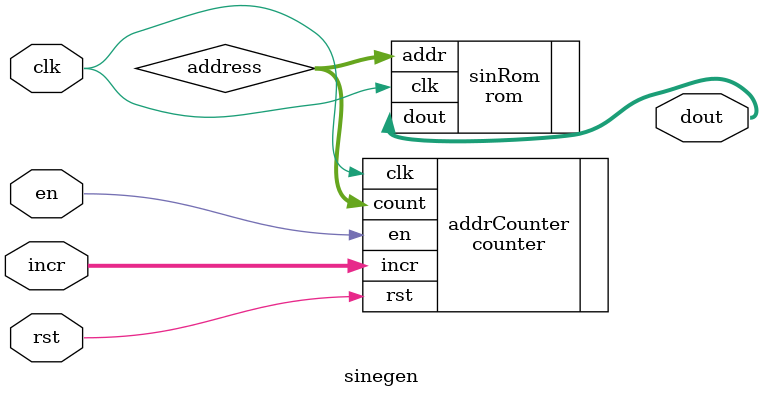
<source format=sv>
module sinegen #(
    parameter  A_WIDTH = 8,
               D_WIDTH = 8
)(
    input  logic rst,
    input  logic en,
    input  logic clk,
    input  logic [D_WIDTH-1:0] incr,
    output logic [D_WIDTH-1:0] dout
);
    
    logic [A_WIDTH-1:0]  address;

counter addrCounter (
    .clk(clk),
    .rst(rst),
    .en(en),
    .incr(incr),
    .count(address)
);

rom sinRom (
    .clk(clk),
    .addr(address),
    .dout(dout)
);

endmodule

</source>
